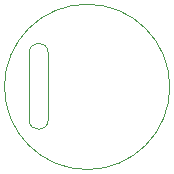
<source format=gbr>
G04 #@! TF.GenerationSoftware,KiCad,Pcbnew,5.1.5-52549c5~84~ubuntu18.04.1*
G04 #@! TF.CreationDate,2020-01-24T09:51:56+01:00*
G04 #@! TF.ProjectId,double-oh,646f7562-6c65-42d6-9f68-2e6b69636164,rev?*
G04 #@! TF.SameCoordinates,Original*
G04 #@! TF.FileFunction,Profile,NP*
%FSLAX46Y46*%
G04 Gerber Fmt 4.6, Leading zero omitted, Abs format (unit mm)*
G04 Created by KiCad (PCBNEW 5.1.5-52549c5~84~ubuntu18.04.1) date 2020-01-24 09:51:56*
%MOMM*%
%LPD*%
G04 APERTURE LIST*
%ADD10C,0.050000*%
G04 APERTURE END LIST*
D10*
X151900000Y-107300000D02*
G75*
G03X153500000Y-107300000I800000J0D01*
G01*
X151900000Y-101600000D02*
G75*
G02X153500000Y-101600000I800000J0D01*
G01*
X151900000Y-107300000D02*
X151900000Y-101600000D01*
X153500000Y-107300000D02*
X153500000Y-101600000D01*
X163800000Y-104500000D02*
G75*
G03X163800000Y-104500000I-7000000J0D01*
G01*
M02*

</source>
